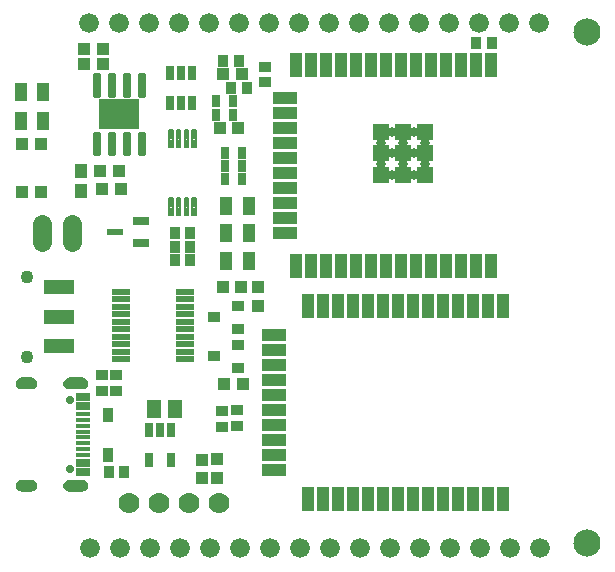
<source format=gbr>
G04 EAGLE Gerber RS-274X export*
G75*
%MOMM*%
%FSLAX34Y34*%
%LPD*%
%INSoldermask Top*%
%IPPOS*%
%AMOC8*
5,1,8,0,0,1.08239X$1,22.5*%
G01*
%ADD10C,2.301600*%
%ADD11C,1.676400*%
%ADD12R,1.001600X1.001600*%
%ADD13R,1.101600X1.176600*%
%ADD14R,1.001600X2.101600*%
%ADD15R,2.101600X1.001600*%
%ADD16R,1.431600X1.431600*%
%ADD17C,0.809600*%
%ADD18R,1.001600X1.051600*%
%ADD19R,1.051600X1.001600*%
%ADD20R,0.751600X1.001600*%
%ADD21R,1.001600X1.501600*%
%ADD22R,1.001600X0.901600*%
%ADD23R,0.901600X1.041600*%
%ADD24R,1.041600X0.901600*%
%ADD25R,1.627600X0.536600*%
%ADD26R,2.601600X1.301600*%
%ADD27C,1.101600*%
%ADD28R,0.651600X1.301600*%
%ADD29C,0.200637*%
%ADD30C,0.252575*%
%ADD31R,3.403600X2.514600*%
%ADD32R,1.240000X0.400000*%
%ADD33R,1.240000X0.700000*%
%ADD34C,0.701600*%
%ADD35R,0.831600X1.311600*%
%ADD36R,1.422400X0.660400*%
%ADD37R,1.422400X0.609600*%
%ADD38C,1.625600*%
%ADD39C,1.778000*%
%ADD40R,0.651600X1.151600*%
%ADD41R,1.301600X1.551600*%
%ADD42R,1.101600X1.001600*%

G36*
X87208Y-179742D02*
X87208Y-179742D01*
X87211Y-179744D01*
X88323Y-179619D01*
X88329Y-179613D01*
X88334Y-179616D01*
X89391Y-179246D01*
X89395Y-179240D01*
X89401Y-179242D01*
X90349Y-178646D01*
X90352Y-178638D01*
X90357Y-178639D01*
X91149Y-177847D01*
X91150Y-177839D01*
X91156Y-177839D01*
X91752Y-176891D01*
X91751Y-176882D01*
X91756Y-176881D01*
X92126Y-175824D01*
X92125Y-175820D01*
X92127Y-175818D01*
X92125Y-175815D01*
X92129Y-175813D01*
X92254Y-174701D01*
X92250Y-174694D01*
X92254Y-174690D01*
X92141Y-173587D01*
X92135Y-173581D01*
X92139Y-173577D01*
X91783Y-172527D01*
X91776Y-172522D01*
X91778Y-172517D01*
X91198Y-171572D01*
X91191Y-171569D01*
X91191Y-171563D01*
X90416Y-170772D01*
X90407Y-170770D01*
X90407Y-170765D01*
X89474Y-170165D01*
X89466Y-170166D01*
X89465Y-170161D01*
X88422Y-169784D01*
X88414Y-169786D01*
X88411Y-169781D01*
X87311Y-169646D01*
X87308Y-169648D01*
X87307Y-169648D01*
X87305Y-169646D01*
X76305Y-169646D01*
X76302Y-169648D01*
X76300Y-169646D01*
X75175Y-169762D01*
X75169Y-169767D01*
X75164Y-169764D01*
X74093Y-170127D01*
X74089Y-170134D01*
X74083Y-170131D01*
X73120Y-170724D01*
X73117Y-170731D01*
X73111Y-170730D01*
X72303Y-171522D01*
X72302Y-171530D01*
X72297Y-171531D01*
X71685Y-172482D01*
X71686Y-172488D01*
X71682Y-172491D01*
X71682Y-172492D01*
X71681Y-172492D01*
X71296Y-173556D01*
X71299Y-173564D01*
X71294Y-173567D01*
X71156Y-174689D01*
X71160Y-174696D01*
X71156Y-174701D01*
X71281Y-175813D01*
X71287Y-175819D01*
X71284Y-175824D01*
X71654Y-176881D01*
X71661Y-176885D01*
X71658Y-176891D01*
X72254Y-177839D01*
X72262Y-177842D01*
X72261Y-177847D01*
X73053Y-178639D01*
X73061Y-178640D01*
X73061Y-178646D01*
X74009Y-179242D01*
X74018Y-179241D01*
X74019Y-179246D01*
X75076Y-179616D01*
X75084Y-179614D01*
X75087Y-179619D01*
X76200Y-179744D01*
X76203Y-179742D01*
X76205Y-179744D01*
X87205Y-179744D01*
X87208Y-179742D01*
G37*
G36*
X87208Y-93242D02*
X87208Y-93242D01*
X87211Y-93244D01*
X88323Y-93119D01*
X88329Y-93113D01*
X88334Y-93116D01*
X89391Y-92746D01*
X89395Y-92740D01*
X89401Y-92742D01*
X90349Y-92146D01*
X90352Y-92138D01*
X90357Y-92139D01*
X91149Y-91347D01*
X91150Y-91339D01*
X91156Y-91339D01*
X91752Y-90391D01*
X91751Y-90382D01*
X91756Y-90381D01*
X92126Y-89324D01*
X92125Y-89320D01*
X92127Y-89318D01*
X92125Y-89315D01*
X92129Y-89313D01*
X92254Y-88201D01*
X92250Y-88193D01*
X92254Y-88190D01*
X92129Y-87077D01*
X92123Y-87071D01*
X92126Y-87066D01*
X91756Y-86009D01*
X91750Y-86005D01*
X91752Y-85999D01*
X91156Y-85051D01*
X91148Y-85048D01*
X91149Y-85043D01*
X90357Y-84251D01*
X90349Y-84250D01*
X90349Y-84244D01*
X89401Y-83648D01*
X89392Y-83649D01*
X89391Y-83644D01*
X88334Y-83274D01*
X88326Y-83276D01*
X88323Y-83271D01*
X87211Y-83146D01*
X87207Y-83148D01*
X87205Y-83146D01*
X76205Y-83146D01*
X76202Y-83148D01*
X76201Y-83148D01*
X76200Y-83146D01*
X75087Y-83271D01*
X75081Y-83277D01*
X75076Y-83274D01*
X74019Y-83644D01*
X74015Y-83651D01*
X74009Y-83648D01*
X73061Y-84244D01*
X73058Y-84252D01*
X73053Y-84251D01*
X72261Y-85043D01*
X72260Y-85051D01*
X72254Y-85051D01*
X71658Y-85999D01*
X71659Y-86008D01*
X71654Y-86009D01*
X71284Y-87066D01*
X71286Y-87072D01*
X71282Y-87075D01*
X71283Y-87076D01*
X71281Y-87077D01*
X71156Y-88190D01*
X71160Y-88197D01*
X71156Y-88201D01*
X71281Y-89313D01*
X71287Y-89319D01*
X71284Y-89324D01*
X71654Y-90381D01*
X71661Y-90385D01*
X71658Y-90391D01*
X72254Y-91339D01*
X72262Y-91342D01*
X72261Y-91347D01*
X73053Y-92139D01*
X73061Y-92140D01*
X73061Y-92146D01*
X74009Y-92742D01*
X74018Y-92741D01*
X74019Y-92746D01*
X75076Y-93116D01*
X75084Y-93114D01*
X75087Y-93119D01*
X76200Y-93244D01*
X76203Y-93242D01*
X76205Y-93244D01*
X87205Y-93244D01*
X87208Y-93242D01*
G37*
G36*
X44008Y-93242D02*
X44008Y-93242D01*
X44011Y-93244D01*
X45123Y-93119D01*
X45129Y-93113D01*
X45134Y-93116D01*
X46191Y-92746D01*
X46195Y-92740D01*
X46201Y-92742D01*
X47149Y-92146D01*
X47152Y-92138D01*
X47157Y-92139D01*
X47949Y-91347D01*
X47950Y-91339D01*
X47956Y-91339D01*
X48552Y-90391D01*
X48551Y-90382D01*
X48556Y-90381D01*
X48926Y-89324D01*
X48925Y-89320D01*
X48927Y-89318D01*
X48925Y-89315D01*
X48929Y-89313D01*
X49054Y-88201D01*
X49050Y-88193D01*
X49054Y-88190D01*
X48929Y-87077D01*
X48923Y-87071D01*
X48926Y-87066D01*
X48556Y-86009D01*
X48550Y-86005D01*
X48552Y-85999D01*
X47956Y-85051D01*
X47948Y-85048D01*
X47949Y-85043D01*
X47157Y-84251D01*
X47149Y-84250D01*
X47149Y-84244D01*
X46201Y-83648D01*
X46192Y-83649D01*
X46191Y-83644D01*
X45134Y-83274D01*
X45126Y-83276D01*
X45123Y-83271D01*
X44011Y-83146D01*
X44007Y-83148D01*
X44005Y-83146D01*
X36005Y-83146D01*
X36002Y-83148D01*
X36001Y-83148D01*
X36000Y-83146D01*
X34887Y-83271D01*
X34881Y-83277D01*
X34876Y-83274D01*
X33819Y-83644D01*
X33815Y-83651D01*
X33809Y-83648D01*
X32861Y-84244D01*
X32858Y-84252D01*
X32853Y-84251D01*
X32061Y-85043D01*
X32060Y-85051D01*
X32054Y-85051D01*
X31458Y-85999D01*
X31459Y-86008D01*
X31454Y-86009D01*
X31084Y-87066D01*
X31086Y-87072D01*
X31082Y-87075D01*
X31083Y-87076D01*
X31081Y-87077D01*
X30956Y-88190D01*
X30960Y-88197D01*
X30956Y-88201D01*
X31081Y-89313D01*
X31087Y-89319D01*
X31084Y-89324D01*
X31454Y-90381D01*
X31461Y-90385D01*
X31458Y-90391D01*
X32054Y-91339D01*
X32062Y-91342D01*
X32061Y-91347D01*
X32853Y-92139D01*
X32861Y-92140D01*
X32861Y-92146D01*
X33809Y-92742D01*
X33818Y-92741D01*
X33819Y-92746D01*
X34876Y-93116D01*
X34884Y-93114D01*
X34887Y-93119D01*
X36000Y-93244D01*
X36003Y-93242D01*
X36005Y-93244D01*
X44005Y-93244D01*
X44008Y-93242D01*
G37*
G36*
X44008Y-179742D02*
X44008Y-179742D01*
X44011Y-179744D01*
X45123Y-179619D01*
X45129Y-179613D01*
X45134Y-179616D01*
X46191Y-179246D01*
X46195Y-179240D01*
X46201Y-179242D01*
X47149Y-178646D01*
X47152Y-178638D01*
X47157Y-178639D01*
X47949Y-177847D01*
X47950Y-177839D01*
X47956Y-177839D01*
X48552Y-176891D01*
X48551Y-176882D01*
X48556Y-176881D01*
X48926Y-175824D01*
X48925Y-175820D01*
X48927Y-175818D01*
X48925Y-175815D01*
X48929Y-175813D01*
X49054Y-174701D01*
X49050Y-174693D01*
X49054Y-174690D01*
X48929Y-173577D01*
X48923Y-173571D01*
X48926Y-173566D01*
X48556Y-172509D01*
X48550Y-172505D01*
X48552Y-172499D01*
X47956Y-171551D01*
X47948Y-171548D01*
X47949Y-171543D01*
X47157Y-170751D01*
X47149Y-170750D01*
X47149Y-170744D01*
X46201Y-170148D01*
X46192Y-170149D01*
X46191Y-170144D01*
X45134Y-169774D01*
X45126Y-169776D01*
X45123Y-169771D01*
X44011Y-169646D01*
X44007Y-169648D01*
X44005Y-169646D01*
X36005Y-169646D01*
X36002Y-169648D01*
X36001Y-169648D01*
X36000Y-169646D01*
X34887Y-169771D01*
X34881Y-169777D01*
X34876Y-169774D01*
X33819Y-170144D01*
X33815Y-170151D01*
X33809Y-170148D01*
X32861Y-170744D01*
X32858Y-170752D01*
X32853Y-170751D01*
X32061Y-171543D01*
X32060Y-171551D01*
X32054Y-171551D01*
X31458Y-172499D01*
X31459Y-172508D01*
X31454Y-172509D01*
X31084Y-173566D01*
X31086Y-173572D01*
X31082Y-173575D01*
X31083Y-173576D01*
X31081Y-173577D01*
X30956Y-174690D01*
X30960Y-174697D01*
X30956Y-174701D01*
X31081Y-175813D01*
X31087Y-175819D01*
X31084Y-175824D01*
X31454Y-176881D01*
X31461Y-176885D01*
X31458Y-176891D01*
X32054Y-177839D01*
X32062Y-177842D01*
X32061Y-177847D01*
X32853Y-178639D01*
X32861Y-178640D01*
X32861Y-178646D01*
X33809Y-179242D01*
X33818Y-179241D01*
X33819Y-179246D01*
X34876Y-179616D01*
X34884Y-179614D01*
X34887Y-179619D01*
X36000Y-179744D01*
X36003Y-179742D01*
X36005Y-179744D01*
X44005Y-179744D01*
X44008Y-179742D01*
G37*
D10*
X514350Y-223520D03*
X514350Y209550D03*
D11*
X93345Y-227965D03*
X118745Y-227965D03*
X144145Y-227965D03*
X169545Y-227965D03*
X194945Y-227965D03*
X220345Y-227965D03*
X245745Y-227965D03*
X271145Y-227965D03*
X296545Y-227965D03*
X321945Y-227965D03*
X347345Y-227965D03*
X372745Y-227965D03*
X398145Y-227965D03*
X423545Y-227965D03*
X448945Y-227965D03*
X474345Y-227965D03*
D12*
X36450Y114480D03*
X52450Y114480D03*
X52450Y73480D03*
X36450Y73480D03*
D13*
X85725Y74685D03*
X85725Y91685D03*
D14*
X443760Y-22315D03*
X431060Y-22315D03*
X418360Y-22315D03*
X405660Y-22315D03*
X392960Y-22315D03*
X380260Y-22315D03*
X367560Y-22315D03*
X354860Y-22315D03*
X342160Y-22315D03*
X329460Y-22315D03*
X316760Y-22315D03*
X304060Y-22315D03*
X291360Y-22315D03*
X278660Y-22315D03*
D15*
X249610Y-46990D03*
X249610Y-59690D03*
X249610Y-72390D03*
X249610Y-85090D03*
X249610Y-97790D03*
X249610Y-110490D03*
X249610Y-123190D03*
X249610Y-135890D03*
X249610Y-148590D03*
X249610Y-161290D03*
D14*
X278660Y-185965D03*
X291360Y-185965D03*
X304060Y-185965D03*
X316760Y-185965D03*
X329460Y-185965D03*
X342160Y-185965D03*
X354860Y-185965D03*
X367560Y-185965D03*
X380260Y-185965D03*
X392960Y-185965D03*
X405660Y-185965D03*
X418360Y-185965D03*
X431060Y-185965D03*
X443760Y-185965D03*
X433600Y181520D03*
X420900Y181520D03*
X408200Y181520D03*
X395500Y181520D03*
X382800Y181520D03*
X370100Y181520D03*
X357400Y181520D03*
X344700Y181520D03*
X332000Y181520D03*
X319300Y181520D03*
X306600Y181520D03*
X293900Y181520D03*
X281200Y181520D03*
X268500Y181520D03*
D15*
X258500Y153670D03*
X258500Y140970D03*
X258500Y128270D03*
X258500Y115570D03*
X258500Y102870D03*
X258500Y90170D03*
X258500Y77470D03*
X258500Y64770D03*
X258500Y52070D03*
X258500Y39370D03*
D14*
X268500Y11520D03*
X281200Y11520D03*
X293900Y11520D03*
X306600Y11520D03*
X319300Y11520D03*
X332000Y11520D03*
X344700Y11520D03*
X357400Y11520D03*
X370100Y11520D03*
X382800Y11520D03*
X395500Y11520D03*
X408200Y11520D03*
X420900Y11520D03*
X433600Y11520D03*
D16*
X376950Y124870D03*
X376950Y106520D03*
X376950Y88170D03*
X358600Y124870D03*
X358600Y106520D03*
X358600Y88170D03*
X340250Y124870D03*
X340250Y106520D03*
X340250Y88170D03*
D17*
X376950Y115695D03*
X376950Y97345D03*
X367775Y124870D03*
X367775Y106520D03*
X367775Y88170D03*
X358600Y115695D03*
X358600Y97345D03*
X349425Y124870D03*
X349425Y106520D03*
X349425Y88170D03*
X340250Y115695D03*
X340250Y97345D03*
D18*
X223265Y-88900D03*
X207265Y-88900D03*
D19*
X236220Y-6605D03*
X236220Y-22605D03*
D18*
X221995Y-6350D03*
X205995Y-6350D03*
D20*
X222515Y85090D03*
X208015Y85090D03*
D21*
X227940Y61595D03*
X208940Y61595D03*
D22*
X218915Y-41885D03*
X218915Y-22885D03*
X198915Y-32385D03*
X218915Y-74905D03*
X218915Y-55905D03*
X198915Y-65405D03*
D23*
X434055Y200025D03*
X420655Y200025D03*
D24*
X241935Y166655D03*
X241935Y180055D03*
D25*
X174440Y-67950D03*
X174440Y-61590D03*
X174440Y-55250D03*
X174440Y-48890D03*
X174440Y-42550D03*
X174440Y-36190D03*
X174440Y-29850D03*
X174440Y-23490D03*
X174440Y-17150D03*
X174440Y-10790D03*
X120200Y-10790D03*
X120200Y-17150D03*
X120200Y-23490D03*
X120200Y-29850D03*
X120200Y-36190D03*
X120200Y-42550D03*
X120200Y-48890D03*
X120200Y-55250D03*
X120200Y-61590D03*
X120200Y-67950D03*
D20*
X208015Y106680D03*
X222515Y106680D03*
X208015Y95885D03*
X222515Y95885D03*
D21*
X208940Y15240D03*
X227940Y15240D03*
X208940Y38735D03*
X227940Y38735D03*
D23*
X165385Y15875D03*
X178785Y15875D03*
X178785Y38735D03*
X165385Y38735D03*
X165385Y27305D03*
X178785Y27305D03*
D26*
X67505Y-6750D03*
X67505Y-31750D03*
X67505Y-56750D03*
D27*
X40005Y2250D03*
X40005Y-65750D03*
D28*
X161315Y148925D03*
X170815Y148925D03*
X180315Y148925D03*
X180315Y174925D03*
X161315Y174925D03*
X170815Y174925D03*
D29*
X180330Y126275D02*
X180330Y111665D01*
X180330Y126275D02*
X183340Y126275D01*
X183340Y111665D01*
X180330Y111665D01*
X180330Y113571D02*
X183340Y113571D01*
X183340Y115477D02*
X180330Y115477D01*
X180330Y117383D02*
X183340Y117383D01*
X183340Y119289D02*
X180330Y119289D01*
X180330Y121195D02*
X183340Y121195D01*
X183340Y123101D02*
X180330Y123101D01*
X180330Y125007D02*
X183340Y125007D01*
X173830Y126275D02*
X173830Y111665D01*
X173830Y126275D02*
X176840Y126275D01*
X176840Y111665D01*
X173830Y111665D01*
X173830Y113571D02*
X176840Y113571D01*
X176840Y115477D02*
X173830Y115477D01*
X173830Y117383D02*
X176840Y117383D01*
X176840Y119289D02*
X173830Y119289D01*
X173830Y121195D02*
X176840Y121195D01*
X176840Y123101D02*
X173830Y123101D01*
X173830Y125007D02*
X176840Y125007D01*
X167330Y126275D02*
X167330Y111665D01*
X167330Y126275D02*
X170340Y126275D01*
X170340Y111665D01*
X167330Y111665D01*
X167330Y113571D02*
X170340Y113571D01*
X170340Y115477D02*
X167330Y115477D01*
X167330Y117383D02*
X170340Y117383D01*
X170340Y119289D02*
X167330Y119289D01*
X167330Y121195D02*
X170340Y121195D01*
X170340Y123101D02*
X167330Y123101D01*
X167330Y125007D02*
X170340Y125007D01*
X160830Y126275D02*
X160830Y111665D01*
X160830Y126275D02*
X163840Y126275D01*
X163840Y111665D01*
X160830Y111665D01*
X160830Y113571D02*
X163840Y113571D01*
X163840Y115477D02*
X160830Y115477D01*
X160830Y117383D02*
X163840Y117383D01*
X163840Y119289D02*
X160830Y119289D01*
X160830Y121195D02*
X163840Y121195D01*
X163840Y123101D02*
X160830Y123101D01*
X160830Y125007D02*
X163840Y125007D01*
X160830Y68675D02*
X160830Y54065D01*
X160830Y68675D02*
X163840Y68675D01*
X163840Y54065D01*
X160830Y54065D01*
X160830Y55971D02*
X163840Y55971D01*
X163840Y57877D02*
X160830Y57877D01*
X160830Y59783D02*
X163840Y59783D01*
X163840Y61689D02*
X160830Y61689D01*
X160830Y63595D02*
X163840Y63595D01*
X163840Y65501D02*
X160830Y65501D01*
X160830Y67407D02*
X163840Y67407D01*
X167330Y68675D02*
X167330Y54065D01*
X167330Y68675D02*
X170340Y68675D01*
X170340Y54065D01*
X167330Y54065D01*
X167330Y55971D02*
X170340Y55971D01*
X170340Y57877D02*
X167330Y57877D01*
X167330Y59783D02*
X170340Y59783D01*
X170340Y61689D02*
X167330Y61689D01*
X167330Y63595D02*
X170340Y63595D01*
X170340Y65501D02*
X167330Y65501D01*
X167330Y67407D02*
X170340Y67407D01*
X173830Y68675D02*
X173830Y54065D01*
X173830Y68675D02*
X176840Y68675D01*
X176840Y54065D01*
X173830Y54065D01*
X173830Y55971D02*
X176840Y55971D01*
X176840Y57877D02*
X173830Y57877D01*
X173830Y59783D02*
X176840Y59783D01*
X176840Y61689D02*
X173830Y61689D01*
X173830Y63595D02*
X176840Y63595D01*
X176840Y65501D02*
X173830Y65501D01*
X173830Y67407D02*
X176840Y67407D01*
X180330Y68675D02*
X180330Y54065D01*
X180330Y68675D02*
X183340Y68675D01*
X183340Y54065D01*
X180330Y54065D01*
X180330Y55971D02*
X183340Y55971D01*
X183340Y57877D02*
X180330Y57877D01*
X180330Y59783D02*
X183340Y59783D01*
X183340Y61689D02*
X180330Y61689D01*
X180330Y63595D02*
X183340Y63595D01*
X183340Y65501D02*
X180330Y65501D01*
X180330Y67407D02*
X183340Y67407D01*
D30*
X101305Y105855D02*
X101305Y124045D01*
X101305Y105855D02*
X96815Y105855D01*
X96815Y124045D01*
X101305Y124045D01*
X101305Y108255D02*
X96815Y108255D01*
X96815Y110655D02*
X101305Y110655D01*
X101305Y113055D02*
X96815Y113055D01*
X96815Y115455D02*
X101305Y115455D01*
X101305Y117855D02*
X96815Y117855D01*
X96815Y120255D02*
X101305Y120255D01*
X101305Y122655D02*
X96815Y122655D01*
X114005Y124045D02*
X114005Y105855D01*
X109515Y105855D01*
X109515Y124045D01*
X114005Y124045D01*
X114005Y108255D02*
X109515Y108255D01*
X109515Y110655D02*
X114005Y110655D01*
X114005Y113055D02*
X109515Y113055D01*
X109515Y115455D02*
X114005Y115455D01*
X114005Y117855D02*
X109515Y117855D01*
X109515Y120255D02*
X114005Y120255D01*
X114005Y122655D02*
X109515Y122655D01*
X126705Y124045D02*
X126705Y105855D01*
X122215Y105855D01*
X122215Y124045D01*
X126705Y124045D01*
X126705Y108255D02*
X122215Y108255D01*
X122215Y110655D02*
X126705Y110655D01*
X126705Y113055D02*
X122215Y113055D01*
X122215Y115455D02*
X126705Y115455D01*
X126705Y117855D02*
X122215Y117855D01*
X122215Y120255D02*
X126705Y120255D01*
X126705Y122655D02*
X122215Y122655D01*
X139405Y124045D02*
X139405Y105855D01*
X134915Y105855D01*
X134915Y124045D01*
X139405Y124045D01*
X139405Y108255D02*
X134915Y108255D01*
X134915Y110655D02*
X139405Y110655D01*
X139405Y113055D02*
X134915Y113055D01*
X134915Y115455D02*
X139405Y115455D01*
X139405Y117855D02*
X134915Y117855D01*
X134915Y120255D02*
X139405Y120255D01*
X139405Y122655D02*
X134915Y122655D01*
X139405Y155355D02*
X139405Y173545D01*
X139405Y155355D02*
X134915Y155355D01*
X134915Y173545D01*
X139405Y173545D01*
X139405Y157755D02*
X134915Y157755D01*
X134915Y160155D02*
X139405Y160155D01*
X139405Y162555D02*
X134915Y162555D01*
X134915Y164955D02*
X139405Y164955D01*
X139405Y167355D02*
X134915Y167355D01*
X134915Y169755D02*
X139405Y169755D01*
X139405Y172155D02*
X134915Y172155D01*
X126705Y173545D02*
X126705Y155355D01*
X122215Y155355D01*
X122215Y173545D01*
X126705Y173545D01*
X126705Y157755D02*
X122215Y157755D01*
X122215Y160155D02*
X126705Y160155D01*
X126705Y162555D02*
X122215Y162555D01*
X122215Y164955D02*
X126705Y164955D01*
X126705Y167355D02*
X122215Y167355D01*
X122215Y169755D02*
X126705Y169755D01*
X126705Y172155D02*
X122215Y172155D01*
X114005Y173545D02*
X114005Y155355D01*
X109515Y155355D01*
X109515Y173545D01*
X114005Y173545D01*
X114005Y157755D02*
X109515Y157755D01*
X109515Y160155D02*
X114005Y160155D01*
X114005Y162555D02*
X109515Y162555D01*
X109515Y164955D02*
X114005Y164955D01*
X114005Y167355D02*
X109515Y167355D01*
X109515Y169755D02*
X114005Y169755D01*
X114005Y172155D02*
X109515Y172155D01*
X101305Y173545D02*
X101305Y155355D01*
X96815Y155355D01*
X96815Y173545D01*
X101305Y173545D01*
X101305Y157755D02*
X96815Y157755D01*
X96815Y160155D02*
X101305Y160155D01*
X101305Y162555D02*
X96815Y162555D01*
X96815Y164955D02*
X101305Y164955D01*
X101305Y167355D02*
X96815Y167355D01*
X96815Y169755D02*
X101305Y169755D01*
X101305Y172155D02*
X96815Y172155D01*
D31*
X118110Y139700D03*
D32*
X87505Y-113945D03*
X87505Y-118945D03*
X87505Y-123945D03*
X87505Y-148945D03*
X87505Y-143945D03*
X87505Y-138945D03*
X87505Y-128945D03*
X87505Y-133945D03*
D33*
X87505Y-99445D03*
X87505Y-163445D03*
X87505Y-107445D03*
X87505Y-155445D03*
D34*
X76805Y-102545D03*
X76805Y-160345D03*
D18*
X104520Y182245D03*
X88520Y182245D03*
D21*
X34950Y158115D03*
X53950Y158115D03*
X34950Y133985D03*
X53950Y133985D03*
D18*
X104520Y194945D03*
X88520Y194945D03*
X102490Y91440D03*
X118490Y91440D03*
D35*
X108585Y-115280D03*
X108585Y-148880D03*
D36*
X136652Y30607D03*
X136652Y49403D03*
D37*
X114808Y40005D03*
D24*
X205105Y-111410D03*
X205105Y-124810D03*
X218440Y-110775D03*
X218440Y-124175D03*
X104140Y-80930D03*
X104140Y-94330D03*
X115570Y-80930D03*
X115570Y-94330D03*
D18*
X206630Y173355D03*
X222630Y173355D03*
D23*
X220060Y184785D03*
X206660Y184785D03*
D18*
X219455Y127635D03*
X203455Y127635D03*
D23*
X213010Y161925D03*
X226410Y161925D03*
D38*
X78105Y46990D02*
X78105Y31750D01*
X52705Y31750D02*
X52705Y46990D01*
D20*
X214895Y150495D03*
X200395Y150495D03*
X200395Y139065D03*
X214895Y139065D03*
D18*
X103760Y76200D03*
X119760Y76200D03*
D11*
X473710Y216535D03*
X448310Y216535D03*
X422910Y216535D03*
X397510Y216535D03*
X372110Y216535D03*
X346710Y216535D03*
X321310Y216535D03*
X295910Y216535D03*
X270510Y216535D03*
X245110Y216535D03*
X219710Y216535D03*
X194310Y216535D03*
X168910Y216535D03*
X143510Y216535D03*
X118110Y216535D03*
X92710Y216535D03*
D39*
X127000Y-189230D03*
X152400Y-189230D03*
X177800Y-189230D03*
X203200Y-189230D03*
D40*
X162535Y-127335D03*
X153035Y-127335D03*
X143535Y-127335D03*
X143535Y-153335D03*
X162535Y-153335D03*
D23*
X109505Y-163195D03*
X122905Y-163195D03*
D41*
X148345Y-109855D03*
X165345Y-109855D03*
D19*
X201295Y-168020D03*
X201295Y-152020D03*
D42*
X188595Y-168655D03*
X188595Y-152655D03*
M02*

</source>
